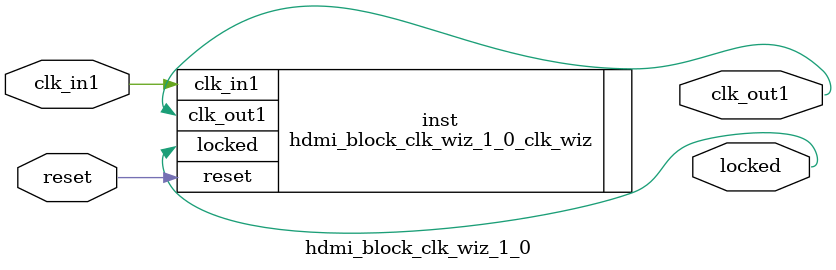
<source format=v>


`timescale 1ps/1ps

(* CORE_GENERATION_INFO = "hdmi_block_clk_wiz_1_0,clk_wiz_v6_0_11_0_0,{component_name=hdmi_block_clk_wiz_1_0,use_phase_alignment=true,use_min_o_jitter=false,use_max_i_jitter=false,use_dyn_phase_shift=false,use_inclk_switchover=false,use_dyn_reconfig=false,enable_axi=0,feedback_source=FDBK_AUTO,PRIMITIVE=MMCM,num_out_clk=1,clkin1_period=10.000,clkin2_period=10.000,use_power_down=false,use_reset=true,use_locked=true,use_inclk_stopped=false,feedback_type=SINGLE,CLOCK_MGR_TYPE=NA,manual_override=false}" *)

module hdmi_block_clk_wiz_1_0 
 (
  // Clock out ports
  output        clk_out1,
  // Status and control signals
  input         reset,
  output        locked,
 // Clock in ports
  input         clk_in1
 );

  hdmi_block_clk_wiz_1_0_clk_wiz inst
  (
  // Clock out ports  
  .clk_out1(clk_out1),
  // Status and control signals               
  .reset(reset), 
  .locked(locked),
 // Clock in ports
  .clk_in1(clk_in1)
  );

endmodule

</source>
